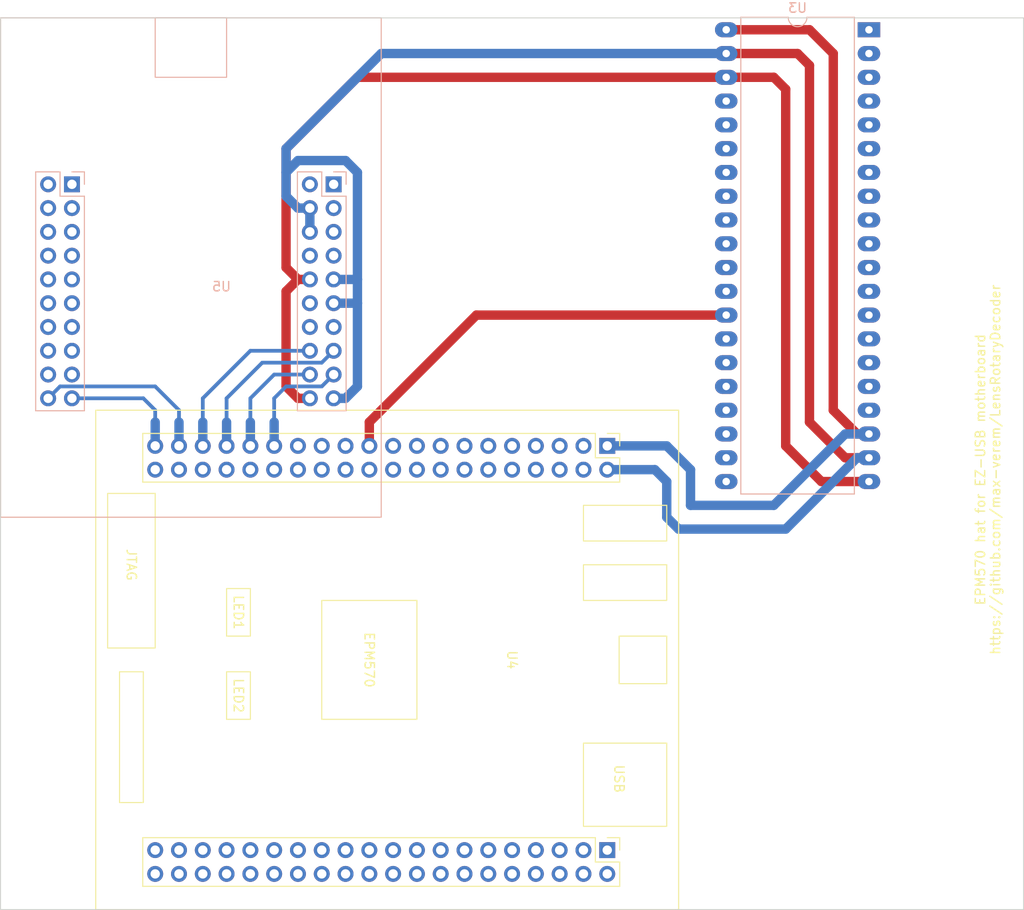
<source format=kicad_pcb>
(kicad_pcb (version 20211014) (generator pcbnew)
  (layers (0 "F.Cu" signal) (31 "B.Cu" signal) (34 "B.Paste" user) (35 "F.Paste" user) (36 "B.SilkS" user "B.Silkscreen") (37 "F.SilkS" user "F.Silkscreen") (38 "B.Mask" user) (39 "F.Mask" user) (44 "Edge.Cuts" user))
  (net 0 "")
  (net 1 "/GND")
  (net 2 "/VCC")
  (net 3 "/OUT_ZOOM_A")
  (net 4 "/OUT_ZOOM_B")
  (net 5 "/OUT_FOCUS_B")
  (net 6 "/OUT_IRIS_A")
  (net 7 "/OUT_IRIS_B")
  (net 8 "/OUT_FOCUS_A")
  (net 42 "/TX2")
  (net 101 "/PWIN")
  (footprint "LensRotaryDecoder:EPM570_DEV_BOARD" (layer "F.Cu") (at 102.87 110.49 -90)
    (fp_text reference "U4" (at 0 -15.24 -90 unlocked) (layer "F.SilkS"))
    (fp_text value "EPM570_DEV_BOARD")
    (fp_text user "EPM570" (at 0 0 -90 unlocked) (layer "F.SilkS"))
    (fp_text user "LED2" (at 3.81 13.97 -90 unlocked) (layer "F.SilkS"))
    (fp_text user "USB" (at 12.7 -26.67 -90 unlocked) (layer "F.SilkS"))
    (fp_text user "LED1" (at -5.08 13.97 -90 unlocked) (layer "F.SilkS"))
    (fp_text user "JTAG" (at -10.16 25.4 -90 unlocked) (layer "F.SilkS"))
    (fp_line (start -24.19 24.19) (end -18.99 24.19) (layer "F.SilkS") (width 0.12))
    (fp_line (start 18.99 24.19) (end 24.19 24.19) (layer "F.SilkS") (width 0.12))
    (fp_line (start -21.59 -26.73) (end -18.99 -26.73) (layer "F.SilkS") (width 0.12))
    (fp_line (start -24.19 -24.13) (end -24.19 24.19) (layer "F.SilkS") (width 0.12))
    (fp_line (start 18.99 -25.4) (end 18.99 -26.73) (layer "F.SilkS") (width 0.12))
    (fp_line (start 24.19 -26.73) (end 24.19 24.19) (layer "F.SilkS") (width 0.12))
    (fp_line (start -24.19 -26.73) (end -22.86 -26.73) (layer "F.SilkS") (width 0.12))
    (fp_line (start 21.59 -26.73) (end 24.19 -26.73) (layer "F.SilkS") (width 0.12))
    (fp_line (start -18.99 -26.73) (end -18.99 24.19) (layer "F.SilkS") (width 0.12))
    (fp_line (start -21.59 -24.13) (end -21.59 -26.73) (layer "F.SilkS") (width 0.12))
    (fp_line (start -24.19 -24.13) (end -21.59 -24.13) (layer "F.SilkS") (width 0.12))
    (fp_line (start 21.59 -24.13) (end 21.59 -26.73) (layer "F.SilkS") (width 0.12))
    (fp_line (start 18.99 -24.13) (end 21.59 -24.13) (layer "F.SilkS") (width 0.12))
    (fp_line (start 18.99 -24.13) (end 18.99 24.19) (layer "F.SilkS") (width 0.12))
    (fp_line (start 18.99 -26.73) (end 20.32 -26.73) (layer "F.SilkS") (width 0.12))
    (fp_line (start -24.19 -25.4) (end -24.19 -26.73) (layer "F.SilkS") (width 0.12))
    (fp_rect (start -16.51 -31.75) (end -12.7 -22.86) (layer "F.SilkS") (width 0.12) (fill none))
    (fp_rect (start -7.62 12.7) (end -2.54 15.24) (layer "F.SilkS") (width 0.12) (fill none))
    (fp_rect (start -17.78 22.86) (end -1.27 27.94) (layer "F.SilkS") (width 0.12) (fill none))
    (fp_rect (start -10.16 -31.75) (end -6.35 -22.86) (layer "F.SilkS") (width 0.12) (fill none))
    (fp_rect (start 6.35 15.24) (end 1.27 12.7) (layer "F.SilkS") (width 0.12) (fill none))
    (fp_rect (start 8.89 -31.75) (end 17.78 -22.86) (layer "F.SilkS") (width 0.12) (fill none))
    (fp_rect (start 1.27 24.13) (end 15.24 26.67) (layer "F.SilkS") (width 0.12) (fill none))
    (fp_rect (start -26.67 -33.02) (end 26.67 29.21) (layer "F.SilkS") (width 0.12) (fill none))
    (fp_rect (start -2.54 -31.75) (end 2.54 -26.67) (layer "F.SilkS") (width 0.12) (fill none))
    (fp_rect (start -6.35 -5.08) (end 6.35 5.08) (layer "F.SilkS") (width 0.12) (fill none))
    (pad "1" thru_hole rect (at -22.86 -25.4 270) (size 1.7 1.7) (drill 1) (layers *.Cu *.Mask) (net 101 "/PWIN"))
    (pad "2" thru_hole oval (at -20.32 -25.4 270) (size 1.7 1.7) (drill 1) (layers *.Cu *.Mask) (net 1 "/GND"))
    (pad "3" thru_hole oval (at -22.86 -22.86 270) (size 1.7 1.7) (drill 1) (layers *.Cu *.Mask))
    (pad "4" thru_hole oval (at -20.32 -22.86 270) (size 1.7 1.7) (drill 1) (layers *.Cu *.Mask))
    (pad "5" thru_hole oval (at -22.86 -20.32 270) (size 1.7 1.7) (drill 1) (layers *.Cu *.Mask))
    (pad "6" thru_hole oval (at -20.32 -20.32 270) (size 1.7 1.7) (drill 1) (layers *.Cu *.Mask))
    (pad "7" thru_hole oval (at -22.86 -17.78 270) (size 1.7 1.7) (drill 1) (layers *.Cu *.Mask))
    (pad "8" thru_hole oval (at -20.32 -17.78 270) (size 1.7 1.7) (drill 1) (layers *.Cu *.Mask))
    (pad "9" thru_hole oval (at -22.86 -15.24 270) (size 1.7 1.7) (drill 1) (layers *.Cu *.Mask))
    (pad "10" thru_hole oval (at -20.32 -15.24 270) (size 1.7 1.7) (drill 1) (layers *.Cu *.Mask))
    (pad "11" thru_hole oval (at -22.86 -12.7 270) (size 1.7 1.7) (drill 1) (layers *.Cu *.Mask))
    (pad "12" thru_hole oval (at -20.32 -12.7 270) (size 1.7 1.7) (drill 1) (layers *.Cu *.Mask))
    (pad "13" thru_hole oval (at -22.86 -10.16 270) (size 1.7 1.7) (drill 1) (layers *.Cu *.Mask))
    (pad "14" thru_hole oval (at -20.32 -10.16 270) (size 1.7 1.7) (drill 1) (layers *.Cu *.Mask))
    (pad "15" thru_hole oval (at -22.86 -7.62 270) (size 1.7 1.7) (drill 1) (layers *.Cu *.Mask))
    (pad "16" thru_hole oval (at -20.32 -7.62 270) (size 1.7 1.7) (drill 1) (layers *.Cu *.Mask))
    (pad "17" thru_hole oval (at -22.86 -5.08 270) (size 1.7 1.7) (drill 1) (layers *.Cu *.Mask))
    (pad "18" thru_hole oval (at -20.32 -5.08 270) (size 1.7 1.7) (drill 1) (layers *.Cu *.Mask))
    (pad "19" thru_hole oval (at -22.86 -2.54 270) (size 1.7 1.7) (drill 1) (layers *.Cu *.Mask))
    (pad "20" thru_hole oval (at -20.32 -2.54 270) (size 1.7 1.7) (drill 1) (layers *.Cu *.Mask))
    (pad "21" thru_hole oval (at -22.86 0 270) (size 1.7 1.7) (drill 1) (layers *.Cu *.Mask) (net 42 "/TX2"))
    (pad "22" thru_hole oval (at -20.32 0 270) (size 1.7 1.7) (drill 1) (layers *.Cu *.Mask))
    (pad "23" thru_hole oval (at -22.86 2.54 270) (size 1.7 1.7) (drill 1) (layers *.Cu *.Mask))
    (pad "24" thru_hole oval (at -20.32 2.54 270) (size 1.7 1.7) (drill 1) (layers *.Cu *.Mask))
    (pad "25" thru_hole oval (at -22.86 5.08 270) (size 1.7 1.7) (drill 1) (layers *.Cu *.Mask))
    (pad "26" thru_hole oval (at -20.32 5.08 270) (size 1.7 1.7) (drill 1) (layers *.Cu *.Mask))
    (pad "27" thru_hole oval (at -22.86 7.62 270) (size 1.7 1.7) (drill 1) (layers *.Cu *.Mask))
    (pad "28" thru_hole oval (at -20.32 7.62 270) (size 1.7 1.7) (drill 1) (layers *.Cu *.Mask))
    (pad "29" thru_hole oval (at -22.86 10.16 270) (size 1.7 1.7) (drill 1) (layers *.Cu *.Mask) (net 8 "/OUT_FOCUS_A"))
    (pad "30" thru_hole oval (at -20.32 10.16 270) (size 1.7 1.7) (drill 1) (layers *.Cu *.Mask))
    (pad "31" thru_hole oval (at -22.86 12.7 270) (size 1.7 1.7) (drill 1) (layers *.Cu *.Mask) (net 5 "/OUT_FOCUS_B"))
    (pad "32" thru_hole oval (at -20.32 12.7 270) (size 1.7 1.7) (drill 1) (layers *.Cu *.Mask))
    (pad "33" thru_hole oval (at -22.86 15.24 270) (size 1.7 1.7) (drill 1) (layers *.Cu *.Mask) (net 3 "/OUT_ZOOM_A"))
    (pad "34" thru_hole oval (at -20.32 15.24 270) (size 1.7 1.7) (drill 1) (layers *.Cu *.Mask))
    (pad "35" thru_hole oval (at -22.86 17.78 270) (size 1.7 1.7) (drill 1) (layers *.Cu *.Mask) (net 4 "/OUT_ZOOM_B"))
    (pad "36" thru_hole oval (at -20.32 17.78 270) (size 1.7 1.7) (drill 1) (layers *.Cu *.Mask))
    (pad "37" thru_hole oval (at -22.86 20.32 270) (size 1.7 1.7) (drill 1) (layers *.Cu *.Mask) (net 6 "/OUT_IRIS_A"))
    (pad "38" thru_hole oval (at -20.32 20.32 270) (size 1.7 1.7) (drill 1) (layers *.Cu *.Mask))
    (pad "39" thru_hole oval (at -22.86 22.86 270) (size 1.7 1.7) (drill 1) (layers *.Cu *.Mask) (net 7 "/OUT_IRIS_B"))
    (pad "40" thru_hole oval (at -20.32 22.86 270) (size 1.7 1.7) (drill 1) (layers *.Cu *.Mask))
    (pad "41" thru_hole rect (at 20.32 -25.4 270) (size 1.7 1.7) (drill 1) (layers *.Cu *.Mask))
    (pad "42" thru_hole oval (at 22.86 -25.4 270) (size 1.7 1.7) (drill 1) (layers *.Cu *.Mask))
    (pad "43" thru_hole oval (at 20.32 -22.86 270) (size 1.7 1.7) (drill 1) (layers *.Cu *.Mask))
    (pad "44" thru_hole oval (at 22.86 -22.86 270) (size 1.7 1.7) (drill 1) (layers *.Cu *.Mask))
    (pad "45" thru_hole oval (at 20.32 -20.32 270) (size 1.7 1.7) (drill 1) (layers *.Cu *.Mask))
    (pad "46" thru_hole oval (at 22.86 -20.32 270) (size 1.7 1.7) (drill 1) (layers *.Cu *.Mask))
    (pad "47" thru_hole oval (at 20.32 -17.78 270) (size 1.7 1.7) (drill 1) (layers *.Cu *.Mask))
    (pad "48" thru_hole oval (at 22.86 -17.78 270) (size 1.7 1.7) (drill 1) (layers *.Cu *.Mask))
    (pad "49" thru_hole oval (at 20.32 -15.24 270) (size 1.7 1.7) (drill 1) (layers *.Cu *.Mask))
    (pad "50" thru_hole oval (at 22.86 -15.24 270) (size 1.7 1.7) (drill 1) (layers *.Cu *.Mask))
    (pad "51" thru_hole oval (at 20.32 -12.7 270) (size 1.7 1.7) (drill 1) (layers *.Cu *.Mask))
    (pad "52" thru_hole oval (at 22.86 -12.7 270) (size 1.7 1.7) (drill 1) (layers *.Cu *.Mask))
    (pad "53" thru_hole oval (at 20.32 -10.16 270) (size 1.7 1.7) (drill 1) (layers *.Cu *.Mask))
    (pad "54" thru_hole oval (at 22.86 -10.16 270) (size 1.7 1.7) (drill 1) (layers *.Cu *.Mask))
    (pad "55" thru_hole oval (at 20.32 -7.62 270) (size 1.7 1.7) (drill 1) (layers *.Cu *.Mask))
    (pad "56" thru_hole oval (at 22.86 -7.62 270) (size 1.7 1.7) (drill 1) (layers *.Cu *.Mask))
    (pad "57" thru_hole oval (at 20.32 -5.08 270) (size 1.7 1.7) (drill 1) (layers *.Cu *.Mask))
    (pad "58" thru_hole oval (at 22.86 -5.08 270) (size 1.7 1.7) (drill 1) (layers *.Cu *.Mask))
    (pad "59" thru_hole oval (at 20.32 -2.54 270) (size 1.7 1.7) (drill 1) (layers *.Cu *.Mask))
    (pad "60" thru_hole oval (at 22.86 -2.54 270) (size 1.7 1.7) (drill 1) (layers *.Cu *.Mask))
    (pad "61" thru_hole oval (at 20.32 0 270) (size 1.7 1.7) (drill 1) (layers *.Cu *.Mask))
    (pad "62" thru_hole oval (at 22.86 0 270) (size 1.7 1.7) (drill 1) (layers *.Cu *.Mask))
    (pad "63" thru_hole oval (at 20.32 2.54 270) (size 1.7 1.7) (drill 1) (layers *.Cu *.Mask))
    (pad "64" thru_hole oval (at 22.86 2.54 270) (size 1.7 1.7) (drill 1) (layers *.Cu *.Mask))
    (pad "65" thru_hole oval (at 20.32 5.08 270) (size 1.7 1.7) (drill 1) (layers *.Cu *.Mask))
    (pad "66" thru_hole oval (at 22.86 5.08 270) (size 1.7 1.7) (drill 1) (layers *.Cu *.Mask))
    (pad "67" thru_hole oval (at 20.32 7.62 270) (size 1.7 1.7) (drill 1) (layers *.Cu *.Mask))
    (pad "68" thru_hole oval (at 22.86 7.62 270) (size 1.7 1.7) (drill 1) (layers *.Cu *.Mask))
    (pad "69" thru_hole oval (at 20.32 10.16 270) (size 1.7 1.7) (drill 1) (layers *.Cu *.Mask))
    (pad "70" thru_hole oval (at 22.86 10.16 270) (size 1.7 1.7) (drill 1) (layers *.Cu *.Mask))
    (pad "71" thru_hole oval (at 20.32 12.7 270) (size 1.7 1.7) (drill 1) (layers *.Cu *.Mask))
    (pad "72" thru_hole oval (at 22.86 12.7 270) (size 1.7 1.7) (drill 1) (layers *.Cu *.Mask))
    (pad "73" thru_hole oval (at 20.32 15.24 270) (size 1.7 1.7) (drill 1) (layers *.Cu *.Mask))
    (pad "74" thru_hole oval (at 22.86 15.24 270) (size 1.7 1.7) (drill 1) (layers *.Cu *.Mask))
    (pad "75" thru_hole oval (at 20.32 17.78 270) (size 1.7 1.7) (drill 1) (layers *.Cu *.Mask))
    (pad "76" thru_hole oval (at 22.86 17.78 270) (size 1.7 1.7) (drill 1) (layers *.Cu *.Mask))
    (pad "77" thru_hole oval (at 20.32 20.32 270) (size 1.7 1.7) (drill 1) (layers *.Cu *.Mask))
    (pad "78" thru_hole oval (at 22.86 20.32 270) (size 1.7 1.7) (drill 1) (layers *.Cu *.Mask))
    (pad "79" thru_hole oval (at 20.32 22.86 270) (size 1.7 1.7) (drill 1) (layers *.Cu *.Mask))
    (pad "80" thru_hole oval (at 22.86 22.86 270) (size 1.7 1.7) (drill 1) (layers *.Cu *.Mask))
  )
  (footprint "MountingHole:MountingHole_3.2mm_M3" (layer "F.Cu") (at 67.31 130.81)
    (fp_text reference "H3" hide)
    (fp_text value "MountingHole" hide)
    (pad "" np_thru_hole circle locked (at 0 0) (size 3.2 3.2) (drill 3.2) (layers *.Cu *.Mask))
  )
  (footprint "MountingHole:MountingHole_3.2mm_M3" (layer "F.Cu") (at 168.91 130.81)
    (fp_text reference "H4" hide)
    (fp_text value "MountingHole" hide)
    (pad "" np_thru_hole circle locked (at 0 0) (size 3.2 3.2) (drill 3.2) (layers *.Cu *.Mask))
  )
  (footprint "MountingHole:MountingHole_3.2mm_M3" (layer "F.Cu") (at 168.91 45.72)
    (fp_text reference "H1" hide)
    (fp_text value "MountingHole" hide)
    (pad "" np_thru_hole circle locked (at 0 0) (size 3.2 3.2) (drill 3.2) (layers *.Cu *.Mask))
  )
  (footprint "MountingHole:MountingHole_3.2mm_M3" (layer "F.Cu") (at 67.31 45.72)
    (fp_text reference "H2" hide)
    (fp_text value "MountingHole" hide)
    (pad "" np_thru_hole circle locked (at 0 0) (size 3.2 3.2) (drill 3.2) (layers *.Cu *.Mask))
  )
  (footprint "LensRotaryDecoder:CY7C68013A_EZ-USB_FX2LP" (layer "B.Cu") (at 87.09 71.115 180)
    (fp_text reference "U5" (at 0 0.5 unlocked) (layer "B.SilkS") (effects (justify mirror)))
    (fp_text value "CY7C68013A_EZ-USB_FX2LP")
    (fp_line (start 17.24 12.755) (end 19.84 12.755) (layer "B.SilkS") (width 0.12))
    (fp_line (start -13.3 10.155) (end -13.3 -12.765) (layer "B.SilkS") (width 0.12))
    (fp_line (start 14.64 10.155) (end 14.64 -12.765) (layer "B.SilkS") (width 0.12))
    (fp_line (start -8.1 12.755) (end -8.1 -12.765) (layer "B.SilkS") (width 0.12))
    (fp_line (start 14.64 12.755) (end 15.97 12.755) (layer "B.SilkS") (width 0.12))
    (fp_line (start -13.3 12.755) (end -11.97 12.755) (layer "B.SilkS") (width 0.12))
    (fp_line (start -13.3 10.155) (end -10.7 10.155) (layer "B.SilkS") (width 0.12))
    (fp_line (start 14.64 11.425) (end 14.64 12.755) (layer "B.SilkS") (width 0.12))
    (fp_line (start 17.24 10.155) (end 17.24 12.755) (layer "B.SilkS") (width 0.12))
    (fp_line (start 14.64 10.155) (end 17.24 10.155) (layer "B.SilkS") (width 0.12))
    (fp_line (start -13.3 11.425) (end -13.3 12.755) (layer "B.SilkS") (width 0.12))
    (fp_line (start 14.64 -12.765) (end 19.84 -12.765) (layer "B.SilkS") (width 0.12))
    (fp_line (start -10.7 12.755) (end -8.1 12.755) (layer "B.SilkS") (width 0.12))
    (fp_line (start 19.84 12.755) (end 19.84 -12.765) (layer "B.SilkS") (width 0.12))
    (fp_line (start -10.7 10.155) (end -10.7 12.755) (layer "B.SilkS") (width 0.12))
    (fp_line (start -13.3 -12.765) (end -8.1 -12.765) (layer "B.SilkS") (width 0.12))
    (fp_rect (start -17.05 29.205) (end 23.59 -24.135) (layer "B.SilkS") (width 0.12) (fill none))
    (fp_rect (start -0.54 29.205) (end 7.08 22.855) (layer "B.SilkS") (width 0.12) (fill none))
    (pad "1" thru_hole rect (at -11.97 11.425 180) (size 1.7 1.7) (drill 1) (layers *.Cu *.Mask))
    (pad "2" thru_hole oval (at -9.43 11.425 180) (size 1.7 1.7) (drill 1) (layers *.Cu *.Mask))
    (pad "3" thru_hole oval (at -11.97 8.885 180) (size 1.7 1.7) (drill 1) (layers *.Cu *.Mask))
    (pad "4" thru_hole oval (at -9.43 8.885 180) (size 1.7 1.7) (drill 1) (layers *.Cu *.Mask) (net 1 "/GND"))
    (pad "5" thru_hole oval (at -11.97 6.345 180) (size 1.7 1.7) (drill 1) (layers *.Cu *.Mask))
    (pad "6" thru_hole oval (at -9.43 6.345 180) (size 1.7 1.7) (drill 1) (layers *.Cu *.Mask) (net 1 "/GND"))
    (pad "7" thru_hole oval (at -11.97 3.805 180) (size 1.7 1.7) (drill 1) (layers *.Cu *.Mask))
    (pad "8" thru_hole oval (at -9.43 3.805 180) (size 1.7 1.7) (drill 1) (layers *.Cu *.Mask))
    (pad "9" thru_hole oval (at -11.97 1.265 180) (size 1.7 1.7) (drill 1) (layers *.Cu *.Mask) (net 1 "/GND"))
    (pad "10" thru_hole oval (at -9.43 1.265 180) (size 1.7 1.7) (drill 1) (layers *.Cu *.Mask) (net 2 "/VCC"))
    (pad "11" thru_hole oval (at -11.97 -1.275 180) (size 1.7 1.7) (drill 1) (layers *.Cu *.Mask) (net 1 "/GND"))
    (pad "12" thru_hole oval (at -9.43 -1.275 180) (size 1.7 1.7) (drill 1) (layers *.Cu *.Mask))
    (pad "13" thru_hole oval (at -11.97 -3.815 180) (size 1.7 1.7) (drill 1) (layers *.Cu *.Mask))
    (pad "14" thru_hole oval (at -9.43 -3.815 180) (size 1.7 1.7) (drill 1) (layers *.Cu *.Mask))
    (pad "15" thru_hole oval (at -11.97 -6.355 180) (size 1.7 1.7) (drill 1) (layers *.Cu *.Mask) (net 3 "/OUT_ZOOM_A"))
    (pad "16" thru_hole oval (at -9.43 -6.355 180) (size 1.7 1.7) (drill 1) (layers *.Cu *.Mask) (net 4 "/OUT_ZOOM_B"))
    (pad "17" thru_hole oval (at -11.97 -8.895 180) (size 1.7 1.7) (drill 1) (layers *.Cu *.Mask) (net 8 "/OUT_FOCUS_A"))
    (pad "18" thru_hole oval (at -9.43 -8.895 180) (size 1.7 1.7) (drill 1) (layers *.Cu *.Mask) (net 5 "/OUT_FOCUS_B"))
    (pad "19" thru_hole oval (at -11.97 -11.435 180) (size 1.7 1.7) (drill 1) (layers *.Cu *.Mask) (net 1 "/GND"))
    (pad "20" thru_hole oval (at -9.43 -11.435 180) (size 1.7 1.7) (drill 1) (layers *.Cu *.Mask) (net 2 "/VCC"))
    (pad "21" thru_hole rect (at 15.97 11.425 180) (size 1.7 1.7) (drill 1) (layers *.Cu *.Mask))
    (pad "22" thru_hole oval (at 18.51 11.425 180) (size 1.7 1.7) (drill 1) (layers *.Cu *.Mask))
    (pad "23" thru_hole oval (at 15.97 8.885 180) (size 1.7 1.7) (drill 1) (layers *.Cu *.Mask))
    (pad "24" thru_hole oval (at 18.51 8.885 180) (size 1.7 1.7) (drill 1) (layers *.Cu *.Mask))
    (pad "25" thru_hole oval (at 15.97 6.345 180) (size 1.7 1.7) (drill 1) (layers *.Cu *.Mask))
    (pad "26" thru_hole oval (at 18.51 6.345 180) (size 1.7 1.7) (drill 1) (layers *.Cu *.Mask))
    (pad "27" thru_hole oval (at 15.97 3.805 180) (size 1.7 1.7) (drill 1) (layers *.Cu *.Mask))
    (pad "28" thru_hole oval (at 18.51 3.805 180) (size 1.7 1.7) (drill 1) (layers *.Cu *.Mask))
    (pad "29" thru_hole oval (at 15.97 1.265 180) (size 1.7 1.7) (drill 1) (layers *.Cu *.Mask))
    (pad "30" thru_hole oval (at 18.51 1.265 180) (size 1.7 1.7) (drill 1) (layers *.Cu *.Mask))
    (pad "31" thru_hole oval (at 15.97 -1.275 180) (size 1.7 1.7) (drill 1) (layers *.Cu *.Mask))
    (pad "32" thru_hole oval (at 18.51 -1.275 180) (size 1.7 1.7) (drill 1) (layers *.Cu *.Mask))
    (pad "33" thru_hole oval (at 15.97 -3.815 180) (size 1.7 1.7) (drill 1) (layers *.Cu *.Mask))
    (pad "34" thru_hole oval (at 18.51 -3.815 180) (size 1.7 1.7) (drill 1) (layers *.Cu *.Mask))
    (pad "35" thru_hole oval (at 15.97 -6.355 180) (size 1.7 1.7) (drill 1) (layers *.Cu *.Mask))
    (pad "36" thru_hole oval (at 18.51 -6.355 180) (size 1.7 1.7) (drill 1) (layers *.Cu *.Mask))
    (pad "37" thru_hole oval (at 15.97 -8.895 180) (size 1.7 1.7) (drill 1) (layers *.Cu *.Mask))
    (pad "38" thru_hole oval (at 18.51 -8.895 180) (size 1.7 1.7) (drill 1) (layers *.Cu *.Mask))
    (pad "39" thru_hole oval (at 15.97 -11.435 180) (size 1.7 1.7) (drill 1) (layers *.Cu *.Mask) (net 7 "/OUT_IRIS_B"))
    (pad "40" thru_hole oval (at 18.51 -11.435 180) (size 1.7 1.7) (drill 1) (layers *.Cu *.Mask) (net 6 "/OUT_IRIS_A"))
  )
  (footprint "Package_DIP:DIP-40_W15.24mm_LongPads" (layer "B.Cu") (at 156.21 43.18 180)
    (fp_text reference "U3" (at 7.62 2.33) (layer "B.SilkS") (effects (justify mirror)))
    (fp_text value "STM32F4x1Cx_v2.0+")
    (fp_line (start 1.56 1.33) (end 1.56 -49.59) (layer "B.SilkS") (width 0.12))
    (fp_line (start 13.68 -49.59) (end 13.68 1.33) (layer "B.SilkS") (width 0.12))
    (fp_line (start 13.68 1.33) (end 8.62 1.33) (layer "B.SilkS") (width 0.12))
    (fp_line (start 6.62 1.33) (end 1.56 1.33) (layer "B.SilkS") (width 0.12))
    (fp_line (start 1.56 -49.59) (end 13.68 -49.59) (layer "B.SilkS") (width 0.12))
    (fp_arc (start 6.62 1.33) (mid 7.62 0.33) (end 8.62 1.33) (layer "B.SilkS") (width 0.12))
    (pad "1" thru_hole rect locked (at 0 0 180) (size 2.4 1.6) (drill 0.8) (layers *.Cu *.Mask))
    (pad "2" thru_hole oval locked (at 0 -2.54 180) (size 2.4 1.6) (drill 0.8) (layers *.Cu *.Mask))
    (pad "3" thru_hole oval locked (at 0 -5.08 180) (size 2.4 1.6) (drill 0.8) (layers *.Cu *.Mask))
    (pad "4" thru_hole oval locked (at 0 -7.62 180) (size 2.4 1.6) (drill 0.8) (layers *.Cu *.Mask))
    (pad "5" thru_hole oval locked (at 0 -10.16 180) (size 2.4 1.6) (drill 0.8) (layers *.Cu *.Mask))
    (pad "6" thru_hole oval locked (at 0 -12.7 180) (size 2.4 1.6) (drill 0.8) (layers *.Cu *.Mask))
    (pad "7" thru_hole oval locked (at 0 -15.24 180) (size 2.4 1.6) (drill 0.8) (layers *.Cu *.Mask))
    (pad "8" thru_hole oval locked (at 0 -17.78 180) (size 2.4 1.6) (drill 0.8) (layers *.Cu *.Mask))
    (pad "9" thru_hole oval locked (at 0 -20.32 180) (size 2.4 1.6) (drill 0.8) (layers *.Cu *.Mask))
    (pad "10" thru_hole oval locked (at 0 -22.86 180) (size 2.4 1.6) (drill 0.8) (layers *.Cu *.Mask))
    (pad "11" thru_hole oval locked (at 0 -25.4 180) (size 2.4 1.6) (drill 0.8) (layers *.Cu *.Mask))
    (pad "12" thru_hole oval locked (at 0 -27.94 180) (size 2.4 1.6) (drill 0.8) (layers *.Cu *.Mask))
    (pad "13" thru_hole oval locked (at 0 -30.48 180) (size 2.4 1.6) (drill 0.8) (layers *.Cu *.Mask))
    (pad "14" thru_hole oval locked (at 0 -33.02 180) (size 2.4 1.6) (drill 0.8) (layers *.Cu *.Mask))
    (pad "15" thru_hole oval locked (at 0 -35.56 180) (size 2.4 1.6) (drill 0.8) (layers *.Cu *.Mask))
    (pad "16" thru_hole oval locked (at 0 -38.1 180) (size 2.4 1.6) (drill 0.8) (layers *.Cu *.Mask))
    (pad "17" thru_hole oval locked (at 0 -40.64 180) (size 2.4 1.6) (drill 0.8) (layers *.Cu *.Mask))
    (pad "18" thru_hole oval locked (at 0 -43.18 180) (size 2.4 1.6) (drill 0.8) (layers *.Cu *.Mask) (net 101 "/PWIN"))
    (pad "19" thru_hole oval locked (at 0 -45.72 180) (size 2.4 1.6) (drill 0.8) (layers *.Cu *.Mask) (net 1 "/GND"))
    (pad "20" thru_hole oval locked (at 0 -48.26 180) (size 2.4 1.6) (drill 0.8) (layers *.Cu *.Mask) (net 2 "/VCC"))
    (pad "21" thru_hole oval locked (at 15.24 -48.26 180) (size 2.4 1.6) (drill 0.8) (layers *.Cu *.Mask))
    (pad "22" thru_hole oval locked (at 15.24 -45.72 180) (size 2.4 1.6) (drill 0.8) (layers *.Cu *.Mask))
    (pad "23" thru_hole oval locked (at 15.24 -43.18 180) (size 2.4 1.6) (drill 0.8) (layers *.Cu *.Mask))
    (pad "24" thru_hole oval locked (at 15.24 -40.64 180) (size 2.4 1.6) (drill 0.8) (layers *.Cu *.Mask))
    (pad "25" thru_hole oval locked (at 15.24 -38.1 180) (size 2.4 1.6) (drill 0.8) (layers *.Cu *.Mask))
    (pad "26" thru_hole oval locked (at 15.24 -35.56 180) (size 2.4 1.6) (drill 0.8) (layers *.Cu *.Mask))
    (pad "27" thru_hole oval locked (at 15.24 -33.02 180) (size 2.4 1.6) (drill 0.8) (layers *.Cu *.Mask))
    (pad "28" thru_hole oval locked (at 15.24 -30.48 180) (size 2.4 1.6) (drill 0.8) (layers *.Cu *.Mask) (net 42 "/TX2"))
    (pad "29" thru_hole oval locked (at 15.24 -27.94 180) (size 2.4 1.6) (drill 0.8) (layers *.Cu *.Mask))
    (pad "30" thru_hole oval locked (at 15.24 -25.4 180) (size 2.4 1.6) (drill 0.8) (layers *.Cu *.Mask))
    (pad "31" thru_hole oval locked (at 15.24 -22.86 180) (size 2.4 1.6) (drill 0.8) (layers *.Cu *.Mask))
    (pad "32" thru_hole oval locked (at 15.24 -20.32 180) (size 2.4 1.6) (drill 0.8) (layers *.Cu *.Mask))
    (pad "33" thru_hole oval locked (at 15.24 -17.78 180) (size 2.4 1.6) (drill 0.8) (layers *.Cu *.Mask))
    (pad "34" thru_hole oval locked (at 15.24 -15.24 180) (size 2.4 1.6) (drill 0.8) (layers *.Cu *.Mask))
    (pad "35" thru_hole oval locked (at 15.24 -12.7 180) (size 2.4 1.6) (drill 0.8) (layers *.Cu *.Mask))
    (pad "36" thru_hole oval locked (at 15.24 -10.16 180) (size 2.4 1.6) (drill 0.8) (layers *.Cu *.Mask))
    (pad "37" thru_hole oval locked (at 15.24 -7.62 180) (size 2.4 1.6) (drill 0.8) (layers *.Cu *.Mask))
    (pad "38" thru_hole oval locked (at 15.24 -5.08 180) (size 2.4 1.6) (drill 0.8) (layers *.Cu *.Mask) (net 2 "/VCC"))
    (pad "39" thru_hole oval locked (at 15.24 -2.54 180) (size 2.4 1.6) (drill 0.8) (layers *.Cu *.Mask) (net 1 "/GND"))
    (pad "40" thru_hole oval locked (at 15.24 0 180) (size 2.4 1.6) (drill 0.8) (layers *.Cu *.Mask) (net 101 "/PWIN"))
  )
  (gr_rect (start 63.5 41.91) (end 172.72 137.16) (layer "Edge.Cuts") (width 0.1) (fill none))
  (gr_text "EPM570 hat for EZ-USB motherboard\nhttps://github.com/max-verem/LensRotaryDecoder" (at 168.91 90.17 90) (layer "F.SilkS") (effects (font (size 1 1))))
  (segment (start 140.97 45.72) (end 148.59 45.72) (width 1) (layer "F.Cu") (net 1))
  (segment (start 148.59 45.72) (end 149.86 46.99) (width 1) (layer "F.Cu") (net 1))
  (segment (start 153.67 88.9) (end 156.21 88.9) (width 1) (layer "F.Cu") (net 1))
  (segment (start 149.86 85.09) (end 153.67 88.9) (width 1) (layer "F.Cu") (net 1))
  (segment (start 149.86 46.99) (end 149.86 85.09) (width 1) (layer "F.Cu") (net 1))
  (segment (start 101.6 72.39) (end 101.6 81.28) (width 1) (layer "B.Cu") (net 1))
  (segment (start 100.33 57.15) (end 101.6 58.42) (width 1) (layer "B.Cu") (net 1))
  (segment (start 101.6 69.85) (end 101.6 72.39) (width 1) (layer "B.Cu") (net 1))
  (segment (start 128.27 90.17) (end 133.35 90.17) (width 1) (layer "B.Cu") (net 1))
  (segment (start 96.52 62.23) (end 95.25 62.23) (width 1) (layer "B.Cu") (net 1))
  (segment (start 93.98 58.42) (end 93.98 55.88) (width 1) (layer "B.Cu") (net 1))
  (segment (start 101.6 81.28) (end 100.33 82.55) (width 1) (layer "B.Cu") (net 1))
  (segment (start 154.94 88.9) (end 156.21 88.9) (width 1) (layer "B.Cu") (net 1))
  (segment (start 100.33 82.55) (end 99.06 82.55) (width 1) (layer "B.Cu") (net 1))
  (segment (start 93.98 60.96) (end 93.98 58.42) (width 1) (layer "B.Cu") (net 1))
  (segment (start 96.52 62.23) (end 96.52 64.77) (width 1) (layer "B.Cu") (net 1))
  (segment (start 95.25 57.15) (end 100.33 57.15) (width 1) (layer "B.Cu") (net 1))
  (segment (start 101.6 58.42) (end 101.6 69.85) (width 1) (layer "B.Cu") (net 1))
  (segment (start 135.89 96.52) (end 147.32 96.52) (width 1) (layer "B.Cu") (net 1))
  (segment (start 93.98 58.42) (end 95.25 57.15) (width 1) (layer "B.Cu") (net 1))
  (segment (start 99.06 72.39) (end 101.6 72.39) (width 1) (layer "B.Cu") (net 1))
  (segment (start 134.62 91.44) (end 134.62 95.25) (width 1) (layer "B.Cu") (net 1))
  (segment (start 93.98 55.88) (end 104.14 45.72) (width 1) (layer "B.Cu") (net 1))
  (segment (start 99.06 69.85) (end 101.6 69.85) (width 1) (layer "B.Cu") (net 1))
  (segment (start 95.25 62.23) (end 93.98 60.96) (width 1) (layer "B.Cu") (net 1))
  (segment (start 134.62 95.25) (end 135.89 96.52) (width 1) (layer "B.Cu") (net 1))
  (segment (start 147.32 96.52) (end 154.94 88.9) (width 1) (layer "B.Cu") (net 1))
  (segment (start 133.35 90.17) (end 134.62 91.44) (width 1) (layer "B.Cu") (net 1))
  (segment (start 104.14 45.72) (end 140.97 45.72) (width 1) (layer "B.Cu") (net 1))
  (segment (start 93.98 81.28) (end 93.98 71.12) (width 1) (layer "F.Cu") (net 2))
  (segment (start 147.32 87.63) (end 151.13 91.44) (width 1) (layer "F.Cu") (net 2))
  (segment (start 95.25 69.85) (end 96.52 69.85) (width 1) (layer "F.Cu") (net 2))
  (segment (start 146.05 48.26) (end 147.32 49.53) (width 1) (layer "F.Cu") (net 2))
  (segment (start 95.25 82.55) (end 93.98 81.28) (width 1) (layer "F.Cu") (net 2))
  (segment (start 101.6 48.26) (end 93.98 55.88) (width 1) (layer "F.Cu") (net 2))
  (segment (start 96.52 82.55) (end 95.25 82.55) (width 1) (layer "F.Cu") (net 2))
  (segment (start 140.97 48.26) (end 146.05 48.26) (width 1) (layer "F.Cu") (net 2))
  (segment (start 93.98 71.12) (end 95.25 69.85) (width 1) (layer "F.Cu") (net 2))
  (segment (start 147.32 49.53) (end 147.32 87.63) (width 1) (layer "F.Cu") (net 2))
  (segment (start 93.98 55.88) (end 93.98 68.58) (width 1) (layer "F.Cu") (net 2))
  (segment (start 93.98 68.58) (end 95.25 69.85) (width 1) (layer "F.Cu") (net 2))
  (segment (start 140.97 48.26) (end 101.6 48.26) (width 1) (layer "F.Cu") (net 2))
  (segment (start 151.13 91.44) (end 156.21 91.44) (width 1) (layer "F.Cu") (net 2))
  (segment (start 87.63 85.09) (end 87.63 87.63) (width 1) (layer "B.Cu") (net 3))
  (segment (start 99.06 77.47) (end 97.79 78.74) (width 0.4) (layer "B.Cu") (net 3))
  (segment (start 91.44 78.74) (end 87.63 82.55) (width 0.4) (layer "B.Cu") (net 3))
  (segment (start 87.63 82.55) (end 87.63 85.09) (width 0.4) (layer "B.Cu") (net 3))
  (segment (start 97.79 78.74) (end 91.44 78.74) (width 0.4) (layer "B.Cu") (net 3))
  (segment (start 85.09 82.55) (end 85.09 85.09) (width 0.4) (layer "B.Cu") (net 4))
  (segment (start 85.09 85.09) (end 85.09 87.63) (width 1) (layer "B.Cu") (net 4))
  (segment (start 90.17 77.47) (end 85.09 82.55) (width 0.4) (layer "B.Cu") (net 4))
  (segment (start 96.52 77.47) (end 90.17 77.47) (width 0.4) (layer "B.Cu") (net 4))
  (segment (start 90.17 85.09) (end 90.17 87.63) (width 1) (layer "B.Cu") (net 5))
  (segment (start 90.17 82.55) (end 90.17 85.09) (width 0.4) (layer "B.Cu") (net 5))
  (segment (start 92.71 80.01) (end 90.17 82.55) (width 0.4) (layer "B.Cu") (net 5))
  (segment (start 96.52 80.01) (end 92.71 80.01) (width 0.4) (layer "B.Cu") (net 5))
  (segment (start 82.55 85.09) (end 82.55 87.63) (width 1) (layer "B.Cu") (net 6))
  (segment (start 80.01 81.28) (end 82.55 83.82) (width 0.4) (layer "B.Cu") (net 6))
  (segment (start 82.55 83.82) (end 82.55 85.09) (width 0.4) (layer "B.Cu") (net 6))
  (segment (start 69.85 81.28) (end 80.01 81.28) (width 0.4) (layer "B.Cu") (net 6))
  (segment (start 68.58 82.55) (end 69.85 81.28) (width 0.4) (layer "B.Cu") (net 6))
  (segment (start 71.12 82.55) (end 78.74 82.55) (width 0.4) (layer "B.Cu") (net 7))
  (segment (start 78.74 82.55) (end 80.01 83.82) (width 0.4) (layer "B.Cu") (net 7))
  (segment (start 80.01 85.09) (end 80.01 87.63) (width 1) (layer "B.Cu") (net 7))
  (segment (start 80.01 83.82) (end 80.01 85.09) (width 0.4) (layer "B.Cu") (net 7))
  (segment (start 92.71 85.09) (end 92.71 87.63) (width 1) (layer "B.Cu") (net 8))
  (segment (start 99.06 80.01) (end 97.79 81.28) (width 0.4) (layer "B.Cu") (net 8))
  (segment (start 97.79 81.28) (end 93.98 81.28) (width 0.4) (layer "B.Cu") (net 8))
  (segment (start 93.98 81.28) (end 92.71 82.55) (width 0.4) (layer "B.Cu") (net 8))
  (segment (start 92.71 82.55) (end 92.71 85.09) (width 0.4) (layer "B.Cu") (net 8))
  (segment (start 114.3 73.66) (end 140.97 73.66) (width 1) (layer "F.Cu") (net 42))
  (segment (start 102.87 85.09) (end 114.3 73.66) (width 1) (layer "F.Cu") (net 42))
  (segment (start 102.87 87.63) (end 102.87 85.09) (width 1) (layer "F.Cu") (net 42))
  (segment (start 149.86 43.18) (end 152.4 45.72) (width 1) (layer "F.Cu") (net 101))
  (segment (start 140.97 43.18) (end 149.86 43.18) (width 1) (layer "F.Cu") (net 101))
  (segment (start 152.4 45.72) (end 152.4 83.82) (width 1) (layer "F.Cu") (net 101))
  (segment (start 154.94 86.36) (end 156.21 86.36) (width 1) (layer "F.Cu") (net 101))
  (segment (start 152.4 83.82) (end 154.94 86.36) (width 1) (layer "F.Cu") (net 101))
  (segment (start 146.05 93.98) (end 153.67 86.36) (width 1) (layer "B.Cu") (net 101))
  (segment (start 134.62 87.63) (end 137.16 90.17) (width 1) (layer "B.Cu") (net 101))
  (segment (start 128.27 87.63) (end 134.62 87.63) (width 1) (layer "B.Cu") (net 101))
  (segment (start 137.16 93.98) (end 146.05 93.98) (width 1) (layer "B.Cu") (net 101))
  (segment (start 137.16 90.17) (end 137.16 93.98) (width 1) (layer "B.Cu") (net 101))
  (segment (start 153.67 86.36) (end 156.21 86.36) (width 1) (layer "B.Cu") (net 101))
)
</source>
